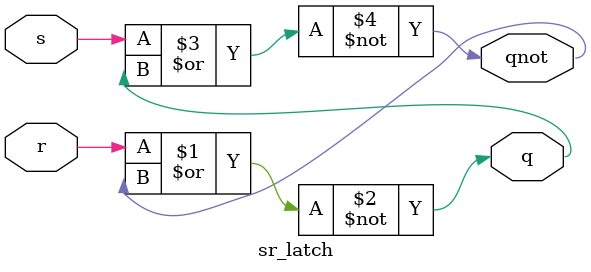
<source format=v>
/* 
 SR Latch
*/
module sr_latch
(
 s,
 r,
 q,
 qnot
 );

   input s;
   input r;

   output q;
   output qnot;

   nor(q,r,qnot);
   nor(qnot,s,q);
 
endmodule // sr_latch

</source>
